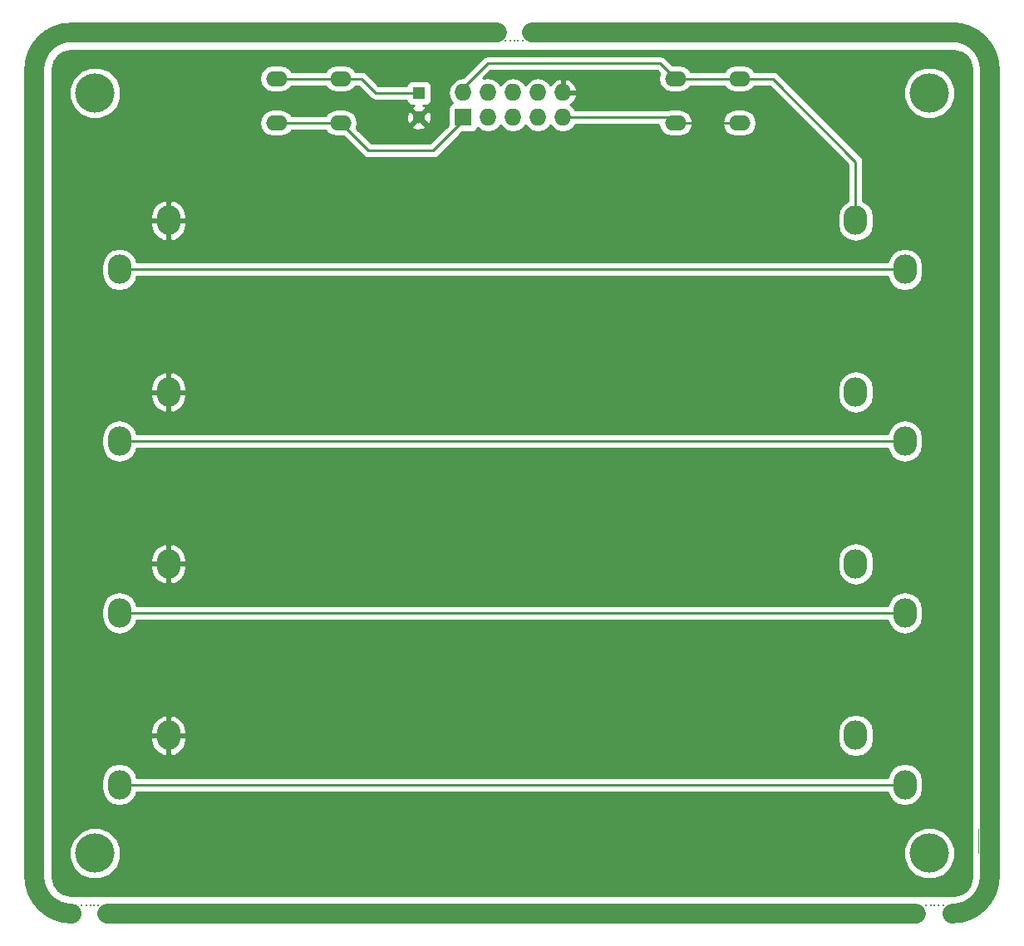
<source format=gbl>
G04 #@! TF.FileFunction,Copper,L2,Bot,Signal*
%FSLAX46Y46*%
G04 Gerber Fmt 4.6, Leading zero omitted, Abs format (unit mm)*
G04 Created by KiCad (PCBNEW (2015-01-16 BZR 5376)-product) date 24/06/2015 09:06:33*
%MOMM*%
G01*
G04 APERTURE LIST*
%ADD10C,0.100000*%
%ADD11C,2.000000*%
%ADD12C,0.300000*%
%ADD13O,2.200000X1.524000*%
%ADD14R,1.300000X1.300000*%
%ADD15C,1.300000*%
%ADD16O,2.400000X3.000000*%
%ADD17R,1.727200X1.727200*%
%ADD18O,1.727200X1.727200*%
%ADD19C,4.000000*%
%ADD20C,0.254000*%
G04 APERTURE END LIST*
D10*
D11*
X134493000Y-43815000D02*
X177546000Y-43815000D01*
X87693500Y-43815000D02*
X131000500Y-43815000D01*
X91249500Y-133667500D02*
X173672500Y-133667500D01*
X181165500Y-47625000D02*
X181165500Y-130048000D01*
X83820000Y-47625000D02*
X83820000Y-129921000D01*
X83820000Y-129857500D02*
G75*
G03X87630000Y-133667500I3810000J0D01*
G01*
X181165500Y-47625000D02*
G75*
G03X177355500Y-43815000I-3810000J0D01*
G01*
X177355500Y-133667500D02*
G75*
G03X181165500Y-129857500I0J3810000D01*
G01*
X87630000Y-43815000D02*
G75*
G03X83820000Y-47625000I0J-3810000D01*
G01*
D10*
X180000000Y-125000000D02*
X180000000Y-127500000D01*
D12*
X174625000Y-132842000D03*
X175133000Y-132842000D03*
X175514000Y-132842000D03*
X175895000Y-132842000D03*
X176403000Y-132842000D03*
X90297000Y-132842000D03*
X89916000Y-132842000D03*
X89535000Y-132842000D03*
X89154000Y-132842000D03*
X88646000Y-132842000D03*
D13*
X155650000Y-48550000D03*
X155650000Y-53050000D03*
X149150000Y-48550000D03*
X149150000Y-53050000D03*
X115010000Y-48550000D03*
X115010000Y-53050000D03*
X108510000Y-48550000D03*
X108510000Y-53050000D03*
D14*
X123000000Y-50000000D03*
D15*
X123000000Y-52500000D03*
D16*
X97500000Y-63000000D03*
X92500000Y-68000000D03*
X167500000Y-63000000D03*
X172500000Y-68000000D03*
X97500000Y-80500000D03*
X92500000Y-85500000D03*
X167500000Y-80500000D03*
X172500000Y-85500000D03*
X97500000Y-98000000D03*
X92500000Y-103000000D03*
X167500000Y-98000000D03*
X172500000Y-103000000D03*
X97500000Y-115500000D03*
X92500000Y-120500000D03*
X167500000Y-115500000D03*
X172500000Y-120500000D03*
D17*
X127500000Y-52500000D03*
D18*
X127500000Y-49960000D03*
X130040000Y-52500000D03*
X130040000Y-49960000D03*
X132580000Y-52500000D03*
X132580000Y-49960000D03*
X135120000Y-52500000D03*
X135120000Y-49960000D03*
X137660000Y-52500000D03*
X137660000Y-49960000D03*
D19*
X90000000Y-50000000D03*
X175000000Y-50000000D03*
X90000000Y-127500000D03*
X175000000Y-127500000D03*
D12*
X131826000Y-44704000D03*
X132334000Y-44704000D03*
X132715000Y-44704000D03*
X133096000Y-44704000D03*
X133604000Y-44704000D03*
D20*
X172500000Y-68000000D02*
X92500000Y-68000000D01*
X172500000Y-85500000D02*
X92500000Y-85500000D01*
X127500000Y-49960000D02*
X127500000Y-49500000D01*
X127500000Y-49500000D02*
X130000000Y-47000000D01*
X130000000Y-47000000D02*
X147320000Y-47000000D01*
X108510000Y-48550000D02*
X115010000Y-48550000D01*
X117130000Y-48550000D02*
X118580000Y-50000000D01*
X118580000Y-50000000D02*
X123000000Y-50000000D01*
X115010000Y-48550000D02*
X117130000Y-48550000D01*
X147320000Y-46990000D02*
X147320000Y-47000000D01*
X147330000Y-47000000D02*
X147320000Y-46990000D01*
X147600000Y-47000000D02*
X147330000Y-47000000D01*
X149150000Y-48550000D02*
X147600000Y-47000000D01*
X155650000Y-48550000D02*
X149150000Y-48550000D01*
X167500000Y-57010000D02*
X159040000Y-48550000D01*
X159040000Y-48550000D02*
X155650000Y-48550000D01*
X167500000Y-63000000D02*
X167500000Y-57500000D01*
X167500000Y-57500000D02*
X167500000Y-57010000D01*
X172500000Y-103000000D02*
X92500000Y-103000000D01*
X172500000Y-120500000D02*
X92500000Y-120500000D01*
X127500000Y-52500000D02*
X127500000Y-52840000D01*
X127500000Y-52840000D02*
X124460000Y-55880000D01*
X124460000Y-55880000D02*
X117840000Y-55880000D01*
X117840000Y-55880000D02*
X115010000Y-53050000D01*
X115010000Y-53050000D02*
X108510000Y-53050000D01*
X148600000Y-52500000D02*
X149150000Y-53050000D01*
X137660000Y-52500000D02*
X148600000Y-52500000D01*
X149150000Y-53050000D02*
X155650000Y-53050000D01*
G36*
X179315000Y-129932532D02*
X179164442Y-130689435D01*
X178773908Y-131273910D01*
X178189434Y-131664443D01*
X177635457Y-131774635D01*
X177635457Y-126978166D01*
X177635457Y-49478166D01*
X177235147Y-48509342D01*
X176494557Y-47767458D01*
X175526433Y-47365458D01*
X174478166Y-47364543D01*
X173509342Y-47764853D01*
X172767458Y-48505443D01*
X172365458Y-49473567D01*
X172364543Y-50521834D01*
X172764853Y-51490658D01*
X173505443Y-52232542D01*
X174473567Y-52634542D01*
X175521834Y-52635457D01*
X176490658Y-52235147D01*
X177232542Y-51494557D01*
X177634542Y-50526433D01*
X177635457Y-49478166D01*
X177635457Y-126978166D01*
X177235147Y-126009342D01*
X176494557Y-125267458D01*
X175526433Y-124865458D01*
X174478166Y-124864543D01*
X174335000Y-124923697D01*
X174335000Y-120841827D01*
X174335000Y-120158173D01*
X174335000Y-103341827D01*
X174335000Y-102658173D01*
X174335000Y-85841827D01*
X174335000Y-85158173D01*
X174335000Y-68341827D01*
X174335000Y-67658173D01*
X174195319Y-66955949D01*
X173797541Y-66360632D01*
X173202224Y-65962854D01*
X172500000Y-65823173D01*
X171797776Y-65962854D01*
X171202459Y-66360632D01*
X170804681Y-66955949D01*
X170748577Y-67238000D01*
X169335000Y-67238000D01*
X169335000Y-63341827D01*
X169335000Y-62658173D01*
X169195319Y-61955949D01*
X168797541Y-61360632D01*
X168262000Y-61002795D01*
X168262000Y-57500000D01*
X168262000Y-57010000D01*
X168203996Y-56718396D01*
X168203996Y-56718395D01*
X168137834Y-56619376D01*
X168038816Y-56471185D01*
X159578815Y-48011185D01*
X159331605Y-47846004D01*
X159040000Y-47788000D01*
X157160712Y-47788000D01*
X157009819Y-47562172D01*
X156556600Y-47259340D01*
X156021991Y-47153000D01*
X155278009Y-47153000D01*
X154743400Y-47259340D01*
X154290181Y-47562172D01*
X154139287Y-47788000D01*
X150660712Y-47788000D01*
X150509819Y-47562172D01*
X150056600Y-47259340D01*
X149521991Y-47153000D01*
X148830630Y-47153000D01*
X148138815Y-46461185D01*
X147891605Y-46296004D01*
X147600000Y-46238000D01*
X147370273Y-46238000D01*
X147320000Y-46228000D01*
X147269726Y-46238000D01*
X130000000Y-46238000D01*
X129708395Y-46296004D01*
X129461185Y-46461185D01*
X127487927Y-48434442D01*
X126926511Y-48546115D01*
X126440330Y-48870971D01*
X126115474Y-49357152D01*
X126001400Y-49930641D01*
X126001400Y-49989359D01*
X126115474Y-50562848D01*
X126427300Y-51029529D01*
X126394277Y-51035937D01*
X126181473Y-51175727D01*
X126039023Y-51386760D01*
X125988960Y-51636400D01*
X125988960Y-53273409D01*
X124297622Y-54964747D01*
X124297622Y-52680922D01*
X124297440Y-52677777D01*
X124297440Y-50650000D01*
X124297440Y-49350000D01*
X124250463Y-49107877D01*
X124110673Y-48895073D01*
X123899640Y-48752623D01*
X123650000Y-48702560D01*
X122350000Y-48702560D01*
X122107877Y-48749537D01*
X121895073Y-48889327D01*
X121752623Y-49100360D01*
X121725020Y-49238000D01*
X118895630Y-49238000D01*
X117668815Y-48011185D01*
X117421605Y-47846004D01*
X117130000Y-47788000D01*
X116520712Y-47788000D01*
X116369819Y-47562172D01*
X115916600Y-47259340D01*
X115381991Y-47153000D01*
X114638009Y-47153000D01*
X114103400Y-47259340D01*
X113650181Y-47562172D01*
X113499287Y-47788000D01*
X110020712Y-47788000D01*
X109869819Y-47562172D01*
X109416600Y-47259340D01*
X108881991Y-47153000D01*
X108138009Y-47153000D01*
X107603400Y-47259340D01*
X107150181Y-47562172D01*
X106847349Y-48015391D01*
X106741009Y-48550000D01*
X106847349Y-49084609D01*
X107150181Y-49537828D01*
X107603400Y-49840660D01*
X108138009Y-49947000D01*
X108881991Y-49947000D01*
X109416600Y-49840660D01*
X109869819Y-49537828D01*
X110020712Y-49312000D01*
X113499287Y-49312000D01*
X113650181Y-49537828D01*
X114103400Y-49840660D01*
X114638009Y-49947000D01*
X115381991Y-49947000D01*
X115916600Y-49840660D01*
X116369819Y-49537828D01*
X116520712Y-49312000D01*
X116814369Y-49312000D01*
X118041185Y-50538816D01*
X118189376Y-50637834D01*
X118288395Y-50703996D01*
X118288396Y-50703996D01*
X118580000Y-50762000D01*
X121724290Y-50762000D01*
X121749537Y-50892123D01*
X121889327Y-51104927D01*
X122100360Y-51247377D01*
X122350000Y-51297440D01*
X122512385Y-51297440D01*
X122336271Y-51370389D01*
X122280590Y-51600984D01*
X123000000Y-52320395D01*
X123719410Y-51600984D01*
X123663729Y-51370389D01*
X123454098Y-51297440D01*
X123650000Y-51297440D01*
X123892123Y-51250463D01*
X124104927Y-51110673D01*
X124247377Y-50899640D01*
X124297440Y-50650000D01*
X124297440Y-52677777D01*
X124268083Y-52170572D01*
X124129611Y-51836271D01*
X123899016Y-51780590D01*
X123179605Y-52500000D01*
X123899016Y-53219410D01*
X124129611Y-53163729D01*
X124297622Y-52680922D01*
X124297622Y-54964747D01*
X124144369Y-55118000D01*
X123719410Y-55118000D01*
X123719410Y-53399016D01*
X123000000Y-52679605D01*
X122820395Y-52859210D01*
X122820395Y-52500000D01*
X122100984Y-51780590D01*
X121870389Y-51836271D01*
X121702378Y-52319078D01*
X121731917Y-52829428D01*
X121870389Y-53163729D01*
X122100984Y-53219410D01*
X122820395Y-52500000D01*
X122820395Y-52859210D01*
X122280590Y-53399016D01*
X122336271Y-53629611D01*
X122819078Y-53797622D01*
X123329428Y-53768083D01*
X123663729Y-53629611D01*
X123719410Y-53399016D01*
X123719410Y-55118000D01*
X118155630Y-55118000D01*
X116652458Y-53614828D01*
X116672651Y-53584609D01*
X116778991Y-53050000D01*
X116672651Y-52515391D01*
X116369819Y-52062172D01*
X115916600Y-51759340D01*
X115381991Y-51653000D01*
X114638009Y-51653000D01*
X114103400Y-51759340D01*
X113650181Y-52062172D01*
X113499287Y-52288000D01*
X110020712Y-52288000D01*
X109869819Y-52062172D01*
X109416600Y-51759340D01*
X108881991Y-51653000D01*
X108138009Y-51653000D01*
X107603400Y-51759340D01*
X107150181Y-52062172D01*
X106847349Y-52515391D01*
X106741009Y-53050000D01*
X106847349Y-53584609D01*
X107150181Y-54037828D01*
X107603400Y-54340660D01*
X108138009Y-54447000D01*
X108881991Y-54447000D01*
X109416600Y-54340660D01*
X109869819Y-54037828D01*
X110020712Y-53812000D01*
X113499287Y-53812000D01*
X113650181Y-54037828D01*
X114103400Y-54340660D01*
X114638009Y-54447000D01*
X115329369Y-54447000D01*
X117301184Y-56418815D01*
X117301185Y-56418815D01*
X117548395Y-56583996D01*
X117840000Y-56642000D01*
X124460000Y-56642000D01*
X124460000Y-56641999D01*
X124751604Y-56583996D01*
X124751605Y-56583996D01*
X124998815Y-56418815D01*
X127406590Y-54011040D01*
X128363600Y-54011040D01*
X128605723Y-53964063D01*
X128818527Y-53824273D01*
X128960977Y-53613240D01*
X128969179Y-53572340D01*
X128980330Y-53589029D01*
X129466511Y-53913885D01*
X130040000Y-54027959D01*
X130613489Y-53913885D01*
X131099670Y-53589029D01*
X131310000Y-53274248D01*
X131520330Y-53589029D01*
X132006511Y-53913885D01*
X132580000Y-54027959D01*
X133153489Y-53913885D01*
X133639670Y-53589029D01*
X133850000Y-53274248D01*
X134060330Y-53589029D01*
X134546511Y-53913885D01*
X135120000Y-54027959D01*
X135693489Y-53913885D01*
X136179670Y-53589029D01*
X136390000Y-53274248D01*
X136600330Y-53589029D01*
X137086511Y-53913885D01*
X137660000Y-54027959D01*
X138233489Y-53913885D01*
X138719670Y-53589029D01*
X138938183Y-53262000D01*
X147423178Y-53262000D01*
X147487349Y-53584609D01*
X147790181Y-54037828D01*
X148243400Y-54340660D01*
X148778009Y-54447000D01*
X149521991Y-54447000D01*
X150056600Y-54340660D01*
X150509819Y-54037828D01*
X150812651Y-53584609D01*
X150918991Y-53050000D01*
X150812651Y-52515391D01*
X150509819Y-52062172D01*
X150056600Y-51759340D01*
X149521991Y-51653000D01*
X148778009Y-51653000D01*
X148350683Y-51738000D01*
X138938183Y-51738000D01*
X138719670Y-51410971D01*
X138448839Y-51230007D01*
X138866821Y-50848490D01*
X139114968Y-50319027D01*
X139114968Y-49600973D01*
X138866821Y-49071510D01*
X138434947Y-48677312D01*
X138019026Y-48505042D01*
X137787000Y-48626183D01*
X137787000Y-49833000D01*
X138994469Y-49833000D01*
X139114968Y-49600973D01*
X139114968Y-50319027D01*
X138994469Y-50087000D01*
X137787000Y-50087000D01*
X137787000Y-50107000D01*
X137533000Y-50107000D01*
X137533000Y-50087000D01*
X137513000Y-50087000D01*
X137513000Y-49833000D01*
X137533000Y-49833000D01*
X137533000Y-48626183D01*
X137300974Y-48505042D01*
X136885053Y-48677312D01*
X136453179Y-49071510D01*
X136395663Y-49194228D01*
X136179670Y-48870971D01*
X135693489Y-48546115D01*
X135120000Y-48432041D01*
X134546511Y-48546115D01*
X134060330Y-48870971D01*
X133850000Y-49185751D01*
X133639670Y-48870971D01*
X133153489Y-48546115D01*
X132580000Y-48432041D01*
X132006511Y-48546115D01*
X131520330Y-48870971D01*
X131310000Y-49185751D01*
X131099670Y-48870971D01*
X130613489Y-48546115D01*
X130040000Y-48432041D01*
X129547655Y-48529974D01*
X130315630Y-47762000D01*
X147284370Y-47762000D01*
X147507541Y-47985171D01*
X147487349Y-48015391D01*
X147381009Y-48550000D01*
X147487349Y-49084609D01*
X147790181Y-49537828D01*
X148243400Y-49840660D01*
X148778009Y-49947000D01*
X149521991Y-49947000D01*
X150056600Y-49840660D01*
X150509819Y-49537828D01*
X150660712Y-49312000D01*
X154139287Y-49312000D01*
X154290181Y-49537828D01*
X154743400Y-49840660D01*
X155278009Y-49947000D01*
X156021991Y-49947000D01*
X156556600Y-49840660D01*
X157009819Y-49537828D01*
X157160712Y-49312000D01*
X158724369Y-49312000D01*
X166738000Y-57325630D01*
X166738000Y-57500000D01*
X166738000Y-61002795D01*
X166202459Y-61360632D01*
X165804681Y-61955949D01*
X165665000Y-62658173D01*
X165665000Y-63341827D01*
X165804681Y-64044051D01*
X166202459Y-64639368D01*
X166797776Y-65037146D01*
X167500000Y-65176827D01*
X168202224Y-65037146D01*
X168797541Y-64639368D01*
X169195319Y-64044051D01*
X169335000Y-63341827D01*
X169335000Y-67238000D01*
X157418991Y-67238000D01*
X157418991Y-53050000D01*
X157312651Y-52515391D01*
X157009819Y-52062172D01*
X156556600Y-51759340D01*
X156021991Y-51653000D01*
X155278009Y-51653000D01*
X154743400Y-51759340D01*
X154290181Y-52062172D01*
X153987349Y-52515391D01*
X153881009Y-53050000D01*
X153987349Y-53584609D01*
X154290181Y-54037828D01*
X154743400Y-54340660D01*
X155278009Y-54447000D01*
X156021991Y-54447000D01*
X156556600Y-54340660D01*
X157009819Y-54037828D01*
X157312651Y-53584609D01*
X157418991Y-53050000D01*
X157418991Y-67238000D01*
X99335000Y-67238000D01*
X99335000Y-63427000D01*
X99335000Y-63127000D01*
X99335000Y-62873000D01*
X99335000Y-62573000D01*
X99146718Y-61880443D01*
X98707738Y-61312656D01*
X98084891Y-60956080D01*
X97911805Y-60911805D01*
X97627000Y-61028568D01*
X97627000Y-62873000D01*
X99335000Y-62873000D01*
X99335000Y-63127000D01*
X97627000Y-63127000D01*
X97627000Y-64971432D01*
X97911805Y-65088195D01*
X98084891Y-65043920D01*
X98707738Y-64687344D01*
X99146718Y-64119557D01*
X99335000Y-63427000D01*
X99335000Y-67238000D01*
X97373000Y-67238000D01*
X97373000Y-64971432D01*
X97373000Y-63127000D01*
X97373000Y-62873000D01*
X97373000Y-61028568D01*
X97088195Y-60911805D01*
X96915109Y-60956080D01*
X96292262Y-61312656D01*
X95853282Y-61880443D01*
X95665000Y-62573000D01*
X95665000Y-62873000D01*
X97373000Y-62873000D01*
X97373000Y-63127000D01*
X95665000Y-63127000D01*
X95665000Y-63427000D01*
X95853282Y-64119557D01*
X96292262Y-64687344D01*
X96915109Y-65043920D01*
X97088195Y-65088195D01*
X97373000Y-64971432D01*
X97373000Y-67238000D01*
X94251422Y-67238000D01*
X94195319Y-66955949D01*
X93797541Y-66360632D01*
X93202224Y-65962854D01*
X92635457Y-65850117D01*
X92635457Y-49478166D01*
X92235147Y-48509342D01*
X91494557Y-47767458D01*
X90526433Y-47365458D01*
X89478166Y-47364543D01*
X88509342Y-47764853D01*
X87767458Y-48505443D01*
X87365458Y-49473567D01*
X87364543Y-50521834D01*
X87764853Y-51490658D01*
X88505443Y-52232542D01*
X89473567Y-52634542D01*
X90521834Y-52635457D01*
X91490658Y-52235147D01*
X92232542Y-51494557D01*
X92634542Y-50526433D01*
X92635457Y-49478166D01*
X92635457Y-65850117D01*
X92500000Y-65823173D01*
X91797776Y-65962854D01*
X91202459Y-66360632D01*
X90804681Y-66955949D01*
X90665000Y-67658173D01*
X90665000Y-68341827D01*
X90804681Y-69044051D01*
X91202459Y-69639368D01*
X91797776Y-70037146D01*
X92500000Y-70176827D01*
X93202224Y-70037146D01*
X93797541Y-69639368D01*
X94195319Y-69044051D01*
X94251422Y-68762000D01*
X170748577Y-68762000D01*
X170804681Y-69044051D01*
X171202459Y-69639368D01*
X171797776Y-70037146D01*
X172500000Y-70176827D01*
X173202224Y-70037146D01*
X173797541Y-69639368D01*
X174195319Y-69044051D01*
X174335000Y-68341827D01*
X174335000Y-85158173D01*
X174195319Y-84455949D01*
X173797541Y-83860632D01*
X173202224Y-83462854D01*
X172500000Y-83323173D01*
X171797776Y-83462854D01*
X171202459Y-83860632D01*
X170804681Y-84455949D01*
X170748577Y-84738000D01*
X169335000Y-84738000D01*
X169335000Y-80841827D01*
X169335000Y-80158173D01*
X169195319Y-79455949D01*
X168797541Y-78860632D01*
X168202224Y-78462854D01*
X167500000Y-78323173D01*
X166797776Y-78462854D01*
X166202459Y-78860632D01*
X165804681Y-79455949D01*
X165665000Y-80158173D01*
X165665000Y-80841827D01*
X165804681Y-81544051D01*
X166202459Y-82139368D01*
X166797776Y-82537146D01*
X167500000Y-82676827D01*
X168202224Y-82537146D01*
X168797541Y-82139368D01*
X169195319Y-81544051D01*
X169335000Y-80841827D01*
X169335000Y-84738000D01*
X99335000Y-84738000D01*
X99335000Y-80927000D01*
X99335000Y-80627000D01*
X99335000Y-80373000D01*
X99335000Y-80073000D01*
X99146718Y-79380443D01*
X98707738Y-78812656D01*
X98084891Y-78456080D01*
X97911805Y-78411805D01*
X97627000Y-78528568D01*
X97627000Y-80373000D01*
X99335000Y-80373000D01*
X99335000Y-80627000D01*
X97627000Y-80627000D01*
X97627000Y-82471432D01*
X97911805Y-82588195D01*
X98084891Y-82543920D01*
X98707738Y-82187344D01*
X99146718Y-81619557D01*
X99335000Y-80927000D01*
X99335000Y-84738000D01*
X97373000Y-84738000D01*
X97373000Y-82471432D01*
X97373000Y-80627000D01*
X97373000Y-80373000D01*
X97373000Y-78528568D01*
X97088195Y-78411805D01*
X96915109Y-78456080D01*
X96292262Y-78812656D01*
X95853282Y-79380443D01*
X95665000Y-80073000D01*
X95665000Y-80373000D01*
X97373000Y-80373000D01*
X97373000Y-80627000D01*
X95665000Y-80627000D01*
X95665000Y-80927000D01*
X95853282Y-81619557D01*
X96292262Y-82187344D01*
X96915109Y-82543920D01*
X97088195Y-82588195D01*
X97373000Y-82471432D01*
X97373000Y-84738000D01*
X94251422Y-84738000D01*
X94195319Y-84455949D01*
X93797541Y-83860632D01*
X93202224Y-83462854D01*
X92500000Y-83323173D01*
X91797776Y-83462854D01*
X91202459Y-83860632D01*
X90804681Y-84455949D01*
X90665000Y-85158173D01*
X90665000Y-85841827D01*
X90804681Y-86544051D01*
X91202459Y-87139368D01*
X91797776Y-87537146D01*
X92500000Y-87676827D01*
X93202224Y-87537146D01*
X93797541Y-87139368D01*
X94195319Y-86544051D01*
X94251422Y-86262000D01*
X170748577Y-86262000D01*
X170804681Y-86544051D01*
X171202459Y-87139368D01*
X171797776Y-87537146D01*
X172500000Y-87676827D01*
X173202224Y-87537146D01*
X173797541Y-87139368D01*
X174195319Y-86544051D01*
X174335000Y-85841827D01*
X174335000Y-102658173D01*
X174195319Y-101955949D01*
X173797541Y-101360632D01*
X173202224Y-100962854D01*
X172500000Y-100823173D01*
X171797776Y-100962854D01*
X171202459Y-101360632D01*
X170804681Y-101955949D01*
X170748577Y-102238000D01*
X169335000Y-102238000D01*
X169335000Y-98341827D01*
X169335000Y-97658173D01*
X169195319Y-96955949D01*
X168797541Y-96360632D01*
X168202224Y-95962854D01*
X167500000Y-95823173D01*
X166797776Y-95962854D01*
X166202459Y-96360632D01*
X165804681Y-96955949D01*
X165665000Y-97658173D01*
X165665000Y-98341827D01*
X165804681Y-99044051D01*
X166202459Y-99639368D01*
X166797776Y-100037146D01*
X167500000Y-100176827D01*
X168202224Y-100037146D01*
X168797541Y-99639368D01*
X169195319Y-99044051D01*
X169335000Y-98341827D01*
X169335000Y-102238000D01*
X99335000Y-102238000D01*
X99335000Y-98427000D01*
X99335000Y-98127000D01*
X99335000Y-97873000D01*
X99335000Y-97573000D01*
X99146718Y-96880443D01*
X98707738Y-96312656D01*
X98084891Y-95956080D01*
X97911805Y-95911805D01*
X97627000Y-96028568D01*
X97627000Y-97873000D01*
X99335000Y-97873000D01*
X99335000Y-98127000D01*
X97627000Y-98127000D01*
X97627000Y-99971432D01*
X97911805Y-100088195D01*
X98084891Y-100043920D01*
X98707738Y-99687344D01*
X99146718Y-99119557D01*
X99335000Y-98427000D01*
X99335000Y-102238000D01*
X97373000Y-102238000D01*
X97373000Y-99971432D01*
X97373000Y-98127000D01*
X97373000Y-97873000D01*
X97373000Y-96028568D01*
X97088195Y-95911805D01*
X96915109Y-95956080D01*
X96292262Y-96312656D01*
X95853282Y-96880443D01*
X95665000Y-97573000D01*
X95665000Y-97873000D01*
X97373000Y-97873000D01*
X97373000Y-98127000D01*
X95665000Y-98127000D01*
X95665000Y-98427000D01*
X95853282Y-99119557D01*
X96292262Y-99687344D01*
X96915109Y-100043920D01*
X97088195Y-100088195D01*
X97373000Y-99971432D01*
X97373000Y-102238000D01*
X94251422Y-102238000D01*
X94195319Y-101955949D01*
X93797541Y-101360632D01*
X93202224Y-100962854D01*
X92500000Y-100823173D01*
X91797776Y-100962854D01*
X91202459Y-101360632D01*
X90804681Y-101955949D01*
X90665000Y-102658173D01*
X90665000Y-103341827D01*
X90804681Y-104044051D01*
X91202459Y-104639368D01*
X91797776Y-105037146D01*
X92500000Y-105176827D01*
X93202224Y-105037146D01*
X93797541Y-104639368D01*
X94195319Y-104044051D01*
X94251422Y-103762000D01*
X170748577Y-103762000D01*
X170804681Y-104044051D01*
X171202459Y-104639368D01*
X171797776Y-105037146D01*
X172500000Y-105176827D01*
X173202224Y-105037146D01*
X173797541Y-104639368D01*
X174195319Y-104044051D01*
X174335000Y-103341827D01*
X174335000Y-120158173D01*
X174195319Y-119455949D01*
X173797541Y-118860632D01*
X173202224Y-118462854D01*
X172500000Y-118323173D01*
X171797776Y-118462854D01*
X171202459Y-118860632D01*
X170804681Y-119455949D01*
X170748577Y-119738000D01*
X169335000Y-119738000D01*
X169335000Y-115841827D01*
X169335000Y-115158173D01*
X169195319Y-114455949D01*
X168797541Y-113860632D01*
X168202224Y-113462854D01*
X167500000Y-113323173D01*
X166797776Y-113462854D01*
X166202459Y-113860632D01*
X165804681Y-114455949D01*
X165665000Y-115158173D01*
X165665000Y-115841827D01*
X165804681Y-116544051D01*
X166202459Y-117139368D01*
X166797776Y-117537146D01*
X167500000Y-117676827D01*
X168202224Y-117537146D01*
X168797541Y-117139368D01*
X169195319Y-116544051D01*
X169335000Y-115841827D01*
X169335000Y-119738000D01*
X99335000Y-119738000D01*
X99335000Y-115927000D01*
X99335000Y-115627000D01*
X99335000Y-115373000D01*
X99335000Y-115073000D01*
X99146718Y-114380443D01*
X98707738Y-113812656D01*
X98084891Y-113456080D01*
X97911805Y-113411805D01*
X97627000Y-113528568D01*
X97627000Y-115373000D01*
X99335000Y-115373000D01*
X99335000Y-115627000D01*
X97627000Y-115627000D01*
X97627000Y-117471432D01*
X97911805Y-117588195D01*
X98084891Y-117543920D01*
X98707738Y-117187344D01*
X99146718Y-116619557D01*
X99335000Y-115927000D01*
X99335000Y-119738000D01*
X97373000Y-119738000D01*
X97373000Y-117471432D01*
X97373000Y-115627000D01*
X97373000Y-115373000D01*
X97373000Y-113528568D01*
X97088195Y-113411805D01*
X96915109Y-113456080D01*
X96292262Y-113812656D01*
X95853282Y-114380443D01*
X95665000Y-115073000D01*
X95665000Y-115373000D01*
X97373000Y-115373000D01*
X97373000Y-115627000D01*
X95665000Y-115627000D01*
X95665000Y-115927000D01*
X95853282Y-116619557D01*
X96292262Y-117187344D01*
X96915109Y-117543920D01*
X97088195Y-117588195D01*
X97373000Y-117471432D01*
X97373000Y-119738000D01*
X94251422Y-119738000D01*
X94195319Y-119455949D01*
X93797541Y-118860632D01*
X93202224Y-118462854D01*
X92500000Y-118323173D01*
X91797776Y-118462854D01*
X91202459Y-118860632D01*
X90804681Y-119455949D01*
X90665000Y-120158173D01*
X90665000Y-120841827D01*
X90804681Y-121544051D01*
X91202459Y-122139368D01*
X91797776Y-122537146D01*
X92500000Y-122676827D01*
X93202224Y-122537146D01*
X93797541Y-122139368D01*
X94195319Y-121544051D01*
X94251422Y-121262000D01*
X170748577Y-121262000D01*
X170804681Y-121544051D01*
X171202459Y-122139368D01*
X171797776Y-122537146D01*
X172500000Y-122676827D01*
X173202224Y-122537146D01*
X173797541Y-122139368D01*
X174195319Y-121544051D01*
X174335000Y-120841827D01*
X174335000Y-124923697D01*
X173509342Y-125264853D01*
X172767458Y-126005443D01*
X172365458Y-126973567D01*
X172364543Y-128021834D01*
X172764853Y-128990658D01*
X173505443Y-129732542D01*
X174473567Y-130134542D01*
X175521834Y-130135457D01*
X176490658Y-129735147D01*
X177232542Y-128994557D01*
X177634542Y-128026433D01*
X177635457Y-126978166D01*
X177635457Y-131774635D01*
X177432532Y-131815000D01*
X92635457Y-131815000D01*
X92635457Y-126978166D01*
X92235147Y-126009342D01*
X91494557Y-125267458D01*
X90526433Y-124865458D01*
X89478166Y-124864543D01*
X88509342Y-125264853D01*
X87767458Y-126005443D01*
X87365458Y-126973567D01*
X87364543Y-128021834D01*
X87764853Y-128990658D01*
X88505443Y-129732542D01*
X89473567Y-130134542D01*
X90521834Y-130135457D01*
X91490658Y-129735147D01*
X92232542Y-128994557D01*
X92634542Y-128026433D01*
X92635457Y-126978166D01*
X92635457Y-131815000D01*
X87567467Y-131815000D01*
X86810564Y-131664442D01*
X86226089Y-131273908D01*
X85835556Y-130689434D01*
X85685000Y-129932532D01*
X85685000Y-127500000D01*
X85685000Y-125000000D01*
X85685000Y-47567467D01*
X85835556Y-46810565D01*
X86226089Y-46226091D01*
X86810564Y-45835557D01*
X87567467Y-45685000D01*
X177432532Y-45685000D01*
X178189434Y-45835556D01*
X178773908Y-46226089D01*
X179164442Y-46810564D01*
X179315000Y-47567467D01*
X179315000Y-125000000D01*
X179315000Y-127500000D01*
X179315000Y-129932532D01*
X179315000Y-129932532D01*
G37*
X179315000Y-129932532D02*
X179164442Y-130689435D01*
X178773908Y-131273910D01*
X178189434Y-131664443D01*
X177635457Y-131774635D01*
X177635457Y-126978166D01*
X177635457Y-49478166D01*
X177235147Y-48509342D01*
X176494557Y-47767458D01*
X175526433Y-47365458D01*
X174478166Y-47364543D01*
X173509342Y-47764853D01*
X172767458Y-48505443D01*
X172365458Y-49473567D01*
X172364543Y-50521834D01*
X172764853Y-51490658D01*
X173505443Y-52232542D01*
X174473567Y-52634542D01*
X175521834Y-52635457D01*
X176490658Y-52235147D01*
X177232542Y-51494557D01*
X177634542Y-50526433D01*
X177635457Y-49478166D01*
X177635457Y-126978166D01*
X177235147Y-126009342D01*
X176494557Y-125267458D01*
X175526433Y-124865458D01*
X174478166Y-124864543D01*
X174335000Y-124923697D01*
X174335000Y-120841827D01*
X174335000Y-120158173D01*
X174335000Y-103341827D01*
X174335000Y-102658173D01*
X174335000Y-85841827D01*
X174335000Y-85158173D01*
X174335000Y-68341827D01*
X174335000Y-67658173D01*
X174195319Y-66955949D01*
X173797541Y-66360632D01*
X173202224Y-65962854D01*
X172500000Y-65823173D01*
X171797776Y-65962854D01*
X171202459Y-66360632D01*
X170804681Y-66955949D01*
X170748577Y-67238000D01*
X169335000Y-67238000D01*
X169335000Y-63341827D01*
X169335000Y-62658173D01*
X169195319Y-61955949D01*
X168797541Y-61360632D01*
X168262000Y-61002795D01*
X168262000Y-57500000D01*
X168262000Y-57010000D01*
X168203996Y-56718396D01*
X168203996Y-56718395D01*
X168137834Y-56619376D01*
X168038816Y-56471185D01*
X159578815Y-48011185D01*
X159331605Y-47846004D01*
X159040000Y-47788000D01*
X157160712Y-47788000D01*
X157009819Y-47562172D01*
X156556600Y-47259340D01*
X156021991Y-47153000D01*
X155278009Y-47153000D01*
X154743400Y-47259340D01*
X154290181Y-47562172D01*
X154139287Y-47788000D01*
X150660712Y-47788000D01*
X150509819Y-47562172D01*
X150056600Y-47259340D01*
X149521991Y-47153000D01*
X148830630Y-47153000D01*
X148138815Y-46461185D01*
X147891605Y-46296004D01*
X147600000Y-46238000D01*
X147370273Y-46238000D01*
X147320000Y-46228000D01*
X147269726Y-46238000D01*
X130000000Y-46238000D01*
X129708395Y-46296004D01*
X129461185Y-46461185D01*
X127487927Y-48434442D01*
X126926511Y-48546115D01*
X126440330Y-48870971D01*
X126115474Y-49357152D01*
X126001400Y-49930641D01*
X126001400Y-49989359D01*
X126115474Y-50562848D01*
X126427300Y-51029529D01*
X126394277Y-51035937D01*
X126181473Y-51175727D01*
X126039023Y-51386760D01*
X125988960Y-51636400D01*
X125988960Y-53273409D01*
X124297622Y-54964747D01*
X124297622Y-52680922D01*
X124297440Y-52677777D01*
X124297440Y-50650000D01*
X124297440Y-49350000D01*
X124250463Y-49107877D01*
X124110673Y-48895073D01*
X123899640Y-48752623D01*
X123650000Y-48702560D01*
X122350000Y-48702560D01*
X122107877Y-48749537D01*
X121895073Y-48889327D01*
X121752623Y-49100360D01*
X121725020Y-49238000D01*
X118895630Y-49238000D01*
X117668815Y-48011185D01*
X117421605Y-47846004D01*
X117130000Y-47788000D01*
X116520712Y-47788000D01*
X116369819Y-47562172D01*
X115916600Y-47259340D01*
X115381991Y-47153000D01*
X114638009Y-47153000D01*
X114103400Y-47259340D01*
X113650181Y-47562172D01*
X113499287Y-47788000D01*
X110020712Y-47788000D01*
X109869819Y-47562172D01*
X109416600Y-47259340D01*
X108881991Y-47153000D01*
X108138009Y-47153000D01*
X107603400Y-47259340D01*
X107150181Y-47562172D01*
X106847349Y-48015391D01*
X106741009Y-48550000D01*
X106847349Y-49084609D01*
X107150181Y-49537828D01*
X107603400Y-49840660D01*
X108138009Y-49947000D01*
X108881991Y-49947000D01*
X109416600Y-49840660D01*
X109869819Y-49537828D01*
X110020712Y-49312000D01*
X113499287Y-49312000D01*
X113650181Y-49537828D01*
X114103400Y-49840660D01*
X114638009Y-49947000D01*
X115381991Y-49947000D01*
X115916600Y-49840660D01*
X116369819Y-49537828D01*
X116520712Y-49312000D01*
X116814369Y-49312000D01*
X118041185Y-50538816D01*
X118189376Y-50637834D01*
X118288395Y-50703996D01*
X118288396Y-50703996D01*
X118580000Y-50762000D01*
X121724290Y-50762000D01*
X121749537Y-50892123D01*
X121889327Y-51104927D01*
X122100360Y-51247377D01*
X122350000Y-51297440D01*
X122512385Y-51297440D01*
X122336271Y-51370389D01*
X122280590Y-51600984D01*
X123000000Y-52320395D01*
X123719410Y-51600984D01*
X123663729Y-51370389D01*
X123454098Y-51297440D01*
X123650000Y-51297440D01*
X123892123Y-51250463D01*
X124104927Y-51110673D01*
X124247377Y-50899640D01*
X124297440Y-50650000D01*
X124297440Y-52677777D01*
X124268083Y-52170572D01*
X124129611Y-51836271D01*
X123899016Y-51780590D01*
X123179605Y-52500000D01*
X123899016Y-53219410D01*
X124129611Y-53163729D01*
X124297622Y-52680922D01*
X124297622Y-54964747D01*
X124144369Y-55118000D01*
X123719410Y-55118000D01*
X123719410Y-53399016D01*
X123000000Y-52679605D01*
X122820395Y-52859210D01*
X122820395Y-52500000D01*
X122100984Y-51780590D01*
X121870389Y-51836271D01*
X121702378Y-52319078D01*
X121731917Y-52829428D01*
X121870389Y-53163729D01*
X122100984Y-53219410D01*
X122820395Y-52500000D01*
X122820395Y-52859210D01*
X122280590Y-53399016D01*
X122336271Y-53629611D01*
X122819078Y-53797622D01*
X123329428Y-53768083D01*
X123663729Y-53629611D01*
X123719410Y-53399016D01*
X123719410Y-55118000D01*
X118155630Y-55118000D01*
X116652458Y-53614828D01*
X116672651Y-53584609D01*
X116778991Y-53050000D01*
X116672651Y-52515391D01*
X116369819Y-52062172D01*
X115916600Y-51759340D01*
X115381991Y-51653000D01*
X114638009Y-51653000D01*
X114103400Y-51759340D01*
X113650181Y-52062172D01*
X113499287Y-52288000D01*
X110020712Y-52288000D01*
X109869819Y-52062172D01*
X109416600Y-51759340D01*
X108881991Y-51653000D01*
X108138009Y-51653000D01*
X107603400Y-51759340D01*
X107150181Y-52062172D01*
X106847349Y-52515391D01*
X106741009Y-53050000D01*
X106847349Y-53584609D01*
X107150181Y-54037828D01*
X107603400Y-54340660D01*
X108138009Y-54447000D01*
X108881991Y-54447000D01*
X109416600Y-54340660D01*
X109869819Y-54037828D01*
X110020712Y-53812000D01*
X113499287Y-53812000D01*
X113650181Y-54037828D01*
X114103400Y-54340660D01*
X114638009Y-54447000D01*
X115329369Y-54447000D01*
X117301184Y-56418815D01*
X117301185Y-56418815D01*
X117548395Y-56583996D01*
X117840000Y-56642000D01*
X124460000Y-56642000D01*
X124460000Y-56641999D01*
X124751604Y-56583996D01*
X124751605Y-56583996D01*
X124998815Y-56418815D01*
X127406590Y-54011040D01*
X128363600Y-54011040D01*
X128605723Y-53964063D01*
X128818527Y-53824273D01*
X128960977Y-53613240D01*
X128969179Y-53572340D01*
X128980330Y-53589029D01*
X129466511Y-53913885D01*
X130040000Y-54027959D01*
X130613489Y-53913885D01*
X131099670Y-53589029D01*
X131310000Y-53274248D01*
X131520330Y-53589029D01*
X132006511Y-53913885D01*
X132580000Y-54027959D01*
X133153489Y-53913885D01*
X133639670Y-53589029D01*
X133850000Y-53274248D01*
X134060330Y-53589029D01*
X134546511Y-53913885D01*
X135120000Y-54027959D01*
X135693489Y-53913885D01*
X136179670Y-53589029D01*
X136390000Y-53274248D01*
X136600330Y-53589029D01*
X137086511Y-53913885D01*
X137660000Y-54027959D01*
X138233489Y-53913885D01*
X138719670Y-53589029D01*
X138938183Y-53262000D01*
X147423178Y-53262000D01*
X147487349Y-53584609D01*
X147790181Y-54037828D01*
X148243400Y-54340660D01*
X148778009Y-54447000D01*
X149521991Y-54447000D01*
X150056600Y-54340660D01*
X150509819Y-54037828D01*
X150812651Y-53584609D01*
X150918991Y-53050000D01*
X150812651Y-52515391D01*
X150509819Y-52062172D01*
X150056600Y-51759340D01*
X149521991Y-51653000D01*
X148778009Y-51653000D01*
X148350683Y-51738000D01*
X138938183Y-51738000D01*
X138719670Y-51410971D01*
X138448839Y-51230007D01*
X138866821Y-50848490D01*
X139114968Y-50319027D01*
X139114968Y-49600973D01*
X138866821Y-49071510D01*
X138434947Y-48677312D01*
X138019026Y-48505042D01*
X137787000Y-48626183D01*
X137787000Y-49833000D01*
X138994469Y-49833000D01*
X139114968Y-49600973D01*
X139114968Y-50319027D01*
X138994469Y-50087000D01*
X137787000Y-50087000D01*
X137787000Y-50107000D01*
X137533000Y-50107000D01*
X137533000Y-50087000D01*
X137513000Y-50087000D01*
X137513000Y-49833000D01*
X137533000Y-49833000D01*
X137533000Y-48626183D01*
X137300974Y-48505042D01*
X136885053Y-48677312D01*
X136453179Y-49071510D01*
X136395663Y-49194228D01*
X136179670Y-48870971D01*
X135693489Y-48546115D01*
X135120000Y-48432041D01*
X134546511Y-48546115D01*
X134060330Y-48870971D01*
X133850000Y-49185751D01*
X133639670Y-48870971D01*
X133153489Y-48546115D01*
X132580000Y-48432041D01*
X132006511Y-48546115D01*
X131520330Y-48870971D01*
X131310000Y-49185751D01*
X131099670Y-48870971D01*
X130613489Y-48546115D01*
X130040000Y-48432041D01*
X129547655Y-48529974D01*
X130315630Y-47762000D01*
X147284370Y-47762000D01*
X147507541Y-47985171D01*
X147487349Y-48015391D01*
X147381009Y-48550000D01*
X147487349Y-49084609D01*
X147790181Y-49537828D01*
X148243400Y-49840660D01*
X148778009Y-49947000D01*
X149521991Y-49947000D01*
X150056600Y-49840660D01*
X150509819Y-49537828D01*
X150660712Y-49312000D01*
X154139287Y-49312000D01*
X154290181Y-49537828D01*
X154743400Y-49840660D01*
X155278009Y-49947000D01*
X156021991Y-49947000D01*
X156556600Y-49840660D01*
X157009819Y-49537828D01*
X157160712Y-49312000D01*
X158724369Y-49312000D01*
X166738000Y-57325630D01*
X166738000Y-57500000D01*
X166738000Y-61002795D01*
X166202459Y-61360632D01*
X165804681Y-61955949D01*
X165665000Y-62658173D01*
X165665000Y-63341827D01*
X165804681Y-64044051D01*
X166202459Y-64639368D01*
X166797776Y-65037146D01*
X167500000Y-65176827D01*
X168202224Y-65037146D01*
X168797541Y-64639368D01*
X169195319Y-64044051D01*
X169335000Y-63341827D01*
X169335000Y-67238000D01*
X157418991Y-67238000D01*
X157418991Y-53050000D01*
X157312651Y-52515391D01*
X157009819Y-52062172D01*
X156556600Y-51759340D01*
X156021991Y-51653000D01*
X155278009Y-51653000D01*
X154743400Y-51759340D01*
X154290181Y-52062172D01*
X153987349Y-52515391D01*
X153881009Y-53050000D01*
X153987349Y-53584609D01*
X154290181Y-54037828D01*
X154743400Y-54340660D01*
X155278009Y-54447000D01*
X156021991Y-54447000D01*
X156556600Y-54340660D01*
X157009819Y-54037828D01*
X157312651Y-53584609D01*
X157418991Y-53050000D01*
X157418991Y-67238000D01*
X99335000Y-67238000D01*
X99335000Y-63427000D01*
X99335000Y-63127000D01*
X99335000Y-62873000D01*
X99335000Y-62573000D01*
X99146718Y-61880443D01*
X98707738Y-61312656D01*
X98084891Y-60956080D01*
X97911805Y-60911805D01*
X97627000Y-61028568D01*
X97627000Y-62873000D01*
X99335000Y-62873000D01*
X99335000Y-63127000D01*
X97627000Y-63127000D01*
X97627000Y-64971432D01*
X97911805Y-65088195D01*
X98084891Y-65043920D01*
X98707738Y-64687344D01*
X99146718Y-64119557D01*
X99335000Y-63427000D01*
X99335000Y-67238000D01*
X97373000Y-67238000D01*
X97373000Y-64971432D01*
X97373000Y-63127000D01*
X97373000Y-62873000D01*
X97373000Y-61028568D01*
X97088195Y-60911805D01*
X96915109Y-60956080D01*
X96292262Y-61312656D01*
X95853282Y-61880443D01*
X95665000Y-62573000D01*
X95665000Y-62873000D01*
X97373000Y-62873000D01*
X97373000Y-63127000D01*
X95665000Y-63127000D01*
X95665000Y-63427000D01*
X95853282Y-64119557D01*
X96292262Y-64687344D01*
X96915109Y-65043920D01*
X97088195Y-65088195D01*
X97373000Y-64971432D01*
X97373000Y-67238000D01*
X94251422Y-67238000D01*
X94195319Y-66955949D01*
X93797541Y-66360632D01*
X93202224Y-65962854D01*
X92635457Y-65850117D01*
X92635457Y-49478166D01*
X92235147Y-48509342D01*
X91494557Y-47767458D01*
X90526433Y-47365458D01*
X89478166Y-47364543D01*
X88509342Y-47764853D01*
X87767458Y-48505443D01*
X87365458Y-49473567D01*
X87364543Y-50521834D01*
X87764853Y-51490658D01*
X88505443Y-52232542D01*
X89473567Y-52634542D01*
X90521834Y-52635457D01*
X91490658Y-52235147D01*
X92232542Y-51494557D01*
X92634542Y-50526433D01*
X92635457Y-49478166D01*
X92635457Y-65850117D01*
X92500000Y-65823173D01*
X91797776Y-65962854D01*
X91202459Y-66360632D01*
X90804681Y-66955949D01*
X90665000Y-67658173D01*
X90665000Y-68341827D01*
X90804681Y-69044051D01*
X91202459Y-69639368D01*
X91797776Y-70037146D01*
X92500000Y-70176827D01*
X93202224Y-70037146D01*
X93797541Y-69639368D01*
X94195319Y-69044051D01*
X94251422Y-68762000D01*
X170748577Y-68762000D01*
X170804681Y-69044051D01*
X171202459Y-69639368D01*
X171797776Y-70037146D01*
X172500000Y-70176827D01*
X173202224Y-70037146D01*
X173797541Y-69639368D01*
X174195319Y-69044051D01*
X174335000Y-68341827D01*
X174335000Y-85158173D01*
X174195319Y-84455949D01*
X173797541Y-83860632D01*
X173202224Y-83462854D01*
X172500000Y-83323173D01*
X171797776Y-83462854D01*
X171202459Y-83860632D01*
X170804681Y-84455949D01*
X170748577Y-84738000D01*
X169335000Y-84738000D01*
X169335000Y-80841827D01*
X169335000Y-80158173D01*
X169195319Y-79455949D01*
X168797541Y-78860632D01*
X168202224Y-78462854D01*
X167500000Y-78323173D01*
X166797776Y-78462854D01*
X166202459Y-78860632D01*
X165804681Y-79455949D01*
X165665000Y-80158173D01*
X165665000Y-80841827D01*
X165804681Y-81544051D01*
X166202459Y-82139368D01*
X166797776Y-82537146D01*
X167500000Y-82676827D01*
X168202224Y-82537146D01*
X168797541Y-82139368D01*
X169195319Y-81544051D01*
X169335000Y-80841827D01*
X169335000Y-84738000D01*
X99335000Y-84738000D01*
X99335000Y-80927000D01*
X99335000Y-80627000D01*
X99335000Y-80373000D01*
X99335000Y-80073000D01*
X99146718Y-79380443D01*
X98707738Y-78812656D01*
X98084891Y-78456080D01*
X97911805Y-78411805D01*
X97627000Y-78528568D01*
X97627000Y-80373000D01*
X99335000Y-80373000D01*
X99335000Y-80627000D01*
X97627000Y-80627000D01*
X97627000Y-82471432D01*
X97911805Y-82588195D01*
X98084891Y-82543920D01*
X98707738Y-82187344D01*
X99146718Y-81619557D01*
X99335000Y-80927000D01*
X99335000Y-84738000D01*
X97373000Y-84738000D01*
X97373000Y-82471432D01*
X97373000Y-80627000D01*
X97373000Y-80373000D01*
X97373000Y-78528568D01*
X97088195Y-78411805D01*
X96915109Y-78456080D01*
X96292262Y-78812656D01*
X95853282Y-79380443D01*
X95665000Y-80073000D01*
X95665000Y-80373000D01*
X97373000Y-80373000D01*
X97373000Y-80627000D01*
X95665000Y-80627000D01*
X95665000Y-80927000D01*
X95853282Y-81619557D01*
X96292262Y-82187344D01*
X96915109Y-82543920D01*
X97088195Y-82588195D01*
X97373000Y-82471432D01*
X97373000Y-84738000D01*
X94251422Y-84738000D01*
X94195319Y-84455949D01*
X93797541Y-83860632D01*
X93202224Y-83462854D01*
X92500000Y-83323173D01*
X91797776Y-83462854D01*
X91202459Y-83860632D01*
X90804681Y-84455949D01*
X90665000Y-85158173D01*
X90665000Y-85841827D01*
X90804681Y-86544051D01*
X91202459Y-87139368D01*
X91797776Y-87537146D01*
X92500000Y-87676827D01*
X93202224Y-87537146D01*
X93797541Y-87139368D01*
X94195319Y-86544051D01*
X94251422Y-86262000D01*
X170748577Y-86262000D01*
X170804681Y-86544051D01*
X171202459Y-87139368D01*
X171797776Y-87537146D01*
X172500000Y-87676827D01*
X173202224Y-87537146D01*
X173797541Y-87139368D01*
X174195319Y-86544051D01*
X174335000Y-85841827D01*
X174335000Y-102658173D01*
X174195319Y-101955949D01*
X173797541Y-101360632D01*
X173202224Y-100962854D01*
X172500000Y-100823173D01*
X171797776Y-100962854D01*
X171202459Y-101360632D01*
X170804681Y-101955949D01*
X170748577Y-102238000D01*
X169335000Y-102238000D01*
X169335000Y-98341827D01*
X169335000Y-97658173D01*
X169195319Y-96955949D01*
X168797541Y-96360632D01*
X168202224Y-95962854D01*
X167500000Y-95823173D01*
X166797776Y-95962854D01*
X166202459Y-96360632D01*
X165804681Y-96955949D01*
X165665000Y-97658173D01*
X165665000Y-98341827D01*
X165804681Y-99044051D01*
X166202459Y-99639368D01*
X166797776Y-100037146D01*
X167500000Y-100176827D01*
X168202224Y-100037146D01*
X168797541Y-99639368D01*
X169195319Y-99044051D01*
X169335000Y-98341827D01*
X169335000Y-102238000D01*
X99335000Y-102238000D01*
X99335000Y-98427000D01*
X99335000Y-98127000D01*
X99335000Y-97873000D01*
X99335000Y-97573000D01*
X99146718Y-96880443D01*
X98707738Y-96312656D01*
X98084891Y-95956080D01*
X97911805Y-95911805D01*
X97627000Y-96028568D01*
X97627000Y-97873000D01*
X99335000Y-97873000D01*
X99335000Y-98127000D01*
X97627000Y-98127000D01*
X97627000Y-99971432D01*
X97911805Y-100088195D01*
X98084891Y-100043920D01*
X98707738Y-99687344D01*
X99146718Y-99119557D01*
X99335000Y-98427000D01*
X99335000Y-102238000D01*
X97373000Y-102238000D01*
X97373000Y-99971432D01*
X97373000Y-98127000D01*
X97373000Y-97873000D01*
X97373000Y-96028568D01*
X97088195Y-95911805D01*
X96915109Y-95956080D01*
X96292262Y-96312656D01*
X95853282Y-96880443D01*
X95665000Y-97573000D01*
X95665000Y-97873000D01*
X97373000Y-97873000D01*
X97373000Y-98127000D01*
X95665000Y-98127000D01*
X95665000Y-98427000D01*
X95853282Y-99119557D01*
X96292262Y-99687344D01*
X96915109Y-100043920D01*
X97088195Y-100088195D01*
X97373000Y-99971432D01*
X97373000Y-102238000D01*
X94251422Y-102238000D01*
X94195319Y-101955949D01*
X93797541Y-101360632D01*
X93202224Y-100962854D01*
X92500000Y-100823173D01*
X91797776Y-100962854D01*
X91202459Y-101360632D01*
X90804681Y-101955949D01*
X90665000Y-102658173D01*
X90665000Y-103341827D01*
X90804681Y-104044051D01*
X91202459Y-104639368D01*
X91797776Y-105037146D01*
X92500000Y-105176827D01*
X93202224Y-105037146D01*
X93797541Y-104639368D01*
X94195319Y-104044051D01*
X94251422Y-103762000D01*
X170748577Y-103762000D01*
X170804681Y-104044051D01*
X171202459Y-104639368D01*
X171797776Y-105037146D01*
X172500000Y-105176827D01*
X173202224Y-105037146D01*
X173797541Y-104639368D01*
X174195319Y-104044051D01*
X174335000Y-103341827D01*
X174335000Y-120158173D01*
X174195319Y-119455949D01*
X173797541Y-118860632D01*
X173202224Y-118462854D01*
X172500000Y-118323173D01*
X171797776Y-118462854D01*
X171202459Y-118860632D01*
X170804681Y-119455949D01*
X170748577Y-119738000D01*
X169335000Y-119738000D01*
X169335000Y-115841827D01*
X169335000Y-115158173D01*
X169195319Y-114455949D01*
X168797541Y-113860632D01*
X168202224Y-113462854D01*
X167500000Y-113323173D01*
X166797776Y-113462854D01*
X166202459Y-113860632D01*
X165804681Y-114455949D01*
X165665000Y-115158173D01*
X165665000Y-115841827D01*
X165804681Y-116544051D01*
X166202459Y-117139368D01*
X166797776Y-117537146D01*
X167500000Y-117676827D01*
X168202224Y-117537146D01*
X168797541Y-117139368D01*
X169195319Y-116544051D01*
X169335000Y-115841827D01*
X169335000Y-119738000D01*
X99335000Y-119738000D01*
X99335000Y-115927000D01*
X99335000Y-115627000D01*
X99335000Y-115373000D01*
X99335000Y-115073000D01*
X99146718Y-114380443D01*
X98707738Y-113812656D01*
X98084891Y-113456080D01*
X97911805Y-113411805D01*
X97627000Y-113528568D01*
X97627000Y-115373000D01*
X99335000Y-115373000D01*
X99335000Y-115627000D01*
X97627000Y-115627000D01*
X97627000Y-117471432D01*
X97911805Y-117588195D01*
X98084891Y-117543920D01*
X98707738Y-117187344D01*
X99146718Y-116619557D01*
X99335000Y-115927000D01*
X99335000Y-119738000D01*
X97373000Y-119738000D01*
X97373000Y-117471432D01*
X97373000Y-115627000D01*
X97373000Y-115373000D01*
X97373000Y-113528568D01*
X97088195Y-113411805D01*
X96915109Y-113456080D01*
X96292262Y-113812656D01*
X95853282Y-114380443D01*
X95665000Y-115073000D01*
X95665000Y-115373000D01*
X97373000Y-115373000D01*
X97373000Y-115627000D01*
X95665000Y-115627000D01*
X95665000Y-115927000D01*
X95853282Y-116619557D01*
X96292262Y-117187344D01*
X96915109Y-117543920D01*
X97088195Y-117588195D01*
X97373000Y-117471432D01*
X97373000Y-119738000D01*
X94251422Y-119738000D01*
X94195319Y-119455949D01*
X93797541Y-118860632D01*
X93202224Y-118462854D01*
X92500000Y-118323173D01*
X91797776Y-118462854D01*
X91202459Y-118860632D01*
X90804681Y-119455949D01*
X90665000Y-120158173D01*
X90665000Y-120841827D01*
X90804681Y-121544051D01*
X91202459Y-122139368D01*
X91797776Y-122537146D01*
X92500000Y-122676827D01*
X93202224Y-122537146D01*
X93797541Y-122139368D01*
X94195319Y-121544051D01*
X94251422Y-121262000D01*
X170748577Y-121262000D01*
X170804681Y-121544051D01*
X171202459Y-122139368D01*
X171797776Y-122537146D01*
X172500000Y-122676827D01*
X173202224Y-122537146D01*
X173797541Y-122139368D01*
X174195319Y-121544051D01*
X174335000Y-120841827D01*
X174335000Y-124923697D01*
X173509342Y-125264853D01*
X172767458Y-126005443D01*
X172365458Y-126973567D01*
X172364543Y-128021834D01*
X172764853Y-128990658D01*
X173505443Y-129732542D01*
X174473567Y-130134542D01*
X175521834Y-130135457D01*
X176490658Y-129735147D01*
X177232542Y-128994557D01*
X177634542Y-128026433D01*
X177635457Y-126978166D01*
X177635457Y-131774635D01*
X177432532Y-131815000D01*
X92635457Y-131815000D01*
X92635457Y-126978166D01*
X92235147Y-126009342D01*
X91494557Y-125267458D01*
X90526433Y-124865458D01*
X89478166Y-124864543D01*
X88509342Y-125264853D01*
X87767458Y-126005443D01*
X87365458Y-126973567D01*
X87364543Y-128021834D01*
X87764853Y-128990658D01*
X88505443Y-129732542D01*
X89473567Y-130134542D01*
X90521834Y-130135457D01*
X91490658Y-129735147D01*
X92232542Y-128994557D01*
X92634542Y-128026433D01*
X92635457Y-126978166D01*
X92635457Y-131815000D01*
X87567467Y-131815000D01*
X86810564Y-131664442D01*
X86226089Y-131273908D01*
X85835556Y-130689434D01*
X85685000Y-129932532D01*
X85685000Y-127500000D01*
X85685000Y-125000000D01*
X85685000Y-47567467D01*
X85835556Y-46810565D01*
X86226089Y-46226091D01*
X86810564Y-45835557D01*
X87567467Y-45685000D01*
X177432532Y-45685000D01*
X178189434Y-45835556D01*
X178773908Y-46226089D01*
X179164442Y-46810564D01*
X179315000Y-47567467D01*
X179315000Y-125000000D01*
X179315000Y-127500000D01*
X179315000Y-129932532D01*
M02*

</source>
